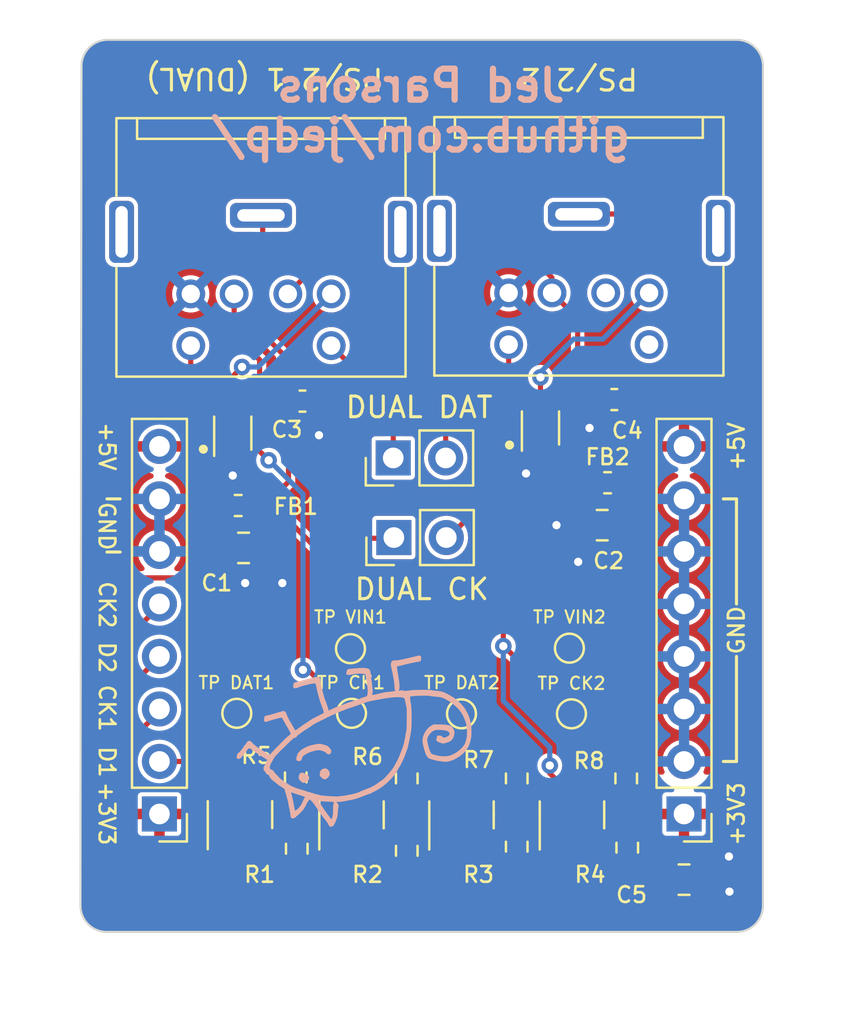
<source format=kicad_pcb>
(kicad_pcb (version 20211014) (generator pcbnew)
  (layers (0 "F.Cu" signal) (31 "B.Cu" signal) (34 "B.Paste" user) (35 "F.Paste" user) (36 "B.SilkS" user "B.Silkscreen") (37 "F.SilkS" user "F.Silkscreen") (38 "B.Mask" user) (39 "F.Mask" user) (44 "Edge.Cuts" user))
  (net 0 "")
  (net 1 "+5V")
  (net 2 "GND")
  (net 3 "Net-(C3-Pad1)")
  (net 4 "Net-(C4-Pad1)")
  (net 5 "Net-(FB1-Pad2)")
  (net 6 "Net-(FB2-Pad2)")
  (net 7 "+3V3")
  (net 8 "/PS2_1.DATA")
  (net 9 "/PS2_1.CLK")
  (net 10 "/PS2_2.DATA")
  (net 11 "/PS2_2.CLK")
  (net 12 "/PS2_1.CLK_PIN_2")
  (net 13 "/PS2_2.CLK_PIN_1")
  (net 14 "/PS2_1_DATA_PIN_2")
  (net 15 "/PS2_2.DATA_PIN_1")
  (net 16 "Net-(Q1-Pad3)")
  (net 17 "Net-(Q2-Pad3)")
  (net 18 "Net-(Q3-Pad3)")
  (net 19 "Net-(Q4-Pad3)")
  (net 20 "Net-(U1-Pad4)")
  (net 21 "Net-(U1-Pad6)")
  (footprint "PS2-footprints:MD-60SM" (layer "F.Cu") (at 121.92 44.196)
    (fp_text reference "U4" hide)
    (fp_text value "MD-60SM")
    (pad "1" thru_hole circle (at -1.311 1.719) (size 1.397 1.397) (drill 0.889) (layers *.Cu *.Mask) (net 15 "/PS2_2.DATA_PIN_1"))
    (pad "2" thru_hole circle (at 1.289 1.719) (size 1.397 1.397) (drill 0.889) (layers *.Cu *.Mask))
    (pad "3" thru_hole circle (at -3.411 1.719) (size 1.397 1.397) (drill 0.889) (layers *.Cu *.Mask) (net 2 "GND"))
    (pad "4" thru_hole circle (at 3.389 1.719) (size 1.397 1.397) (drill 0.889) (layers *.Cu *.Mask) (net 6 "Net-(FB2-Pad2)"))
    (pad "5" thru_hole circle (at -3.411 4.219) (size 1.397 1.397) (drill 0.889) (layers *.Cu *.Mask) (net 13 "/PS2_2.CLK_PIN_1"))
    (pad "6" thru_hole circle (at 3.389 4.219) (size 1.397 1.397) (drill 0.889) (layers *.Cu *.Mask))
    (pad "7" thru_hole roundrect (at -0.011 -2.081 90) (size 1.2 3) (drill oval 0.6 2.3) (layers *.Cu *.Mask) (net 4 "Net-(C4-Pad1)"))
    (pad "8" thru_hole roundrect (at -6.761 -1.281) (size 1.2 3) (drill oval 0.6 2.5) (layers *.Cu *.Mask))
    (pad "9" thru_hole roundrect (at 6.739 -1.281) (size 1.2 3) (drill oval 0.6 2.5) (layers *.Cu *.Mask))
  )
  (footprint "Capacitor_SMD:C_0805_2012Metric" (layer "F.Cu") (at 123.038748 57.15 180)
    (fp_text reference "C2" (at -0.311252 -1.725) (layer "F.SilkS") (effects (font (size 0.762 0.762) (thickness 0.127))))
    (fp_text value "1uF")
    (pad "1" smd roundrect (at -0.95 0 180) (size 1 1.45) (layers "F.Cu" "F.Paste" "F.Mask") (net 1 "+5V"))
    (pad "2" smd roundrect (at 0.95 0 180) (size 1 1.45) (layers "F.Cu" "F.Paste" "F.Mask") (net 2 "GND"))
  )
  (footprint "Capacitor_SMD:C_0603_1608Metric" (layer "F.Cu") (at 123.625 51.075 180)
    (fp_text reference "C4" (at -0.625 -1.5) (layer "F.SilkS") (effects (font (size 0.762 0.762) (thickness 0.127))))
    (fp_text value "0.1uF")
    (pad "1" smd roundrect (at -0.775 0 180) (size 0.9 0.95) (layers "F.Cu" "F.Paste" "F.Mask") (net 4 "Net-(C4-Pad1)"))
    (pad "2" smd roundrect (at 0.775 0 180) (size 0.9 0.95) (layers "F.Cu" "F.Paste" "F.Mask") (net 2 "GND"))
  )
  (footprint "Resistor_SMD:R_0603_1608Metric" (layer "F.Cu") (at 108.2 69.35 -90)
    (fp_text reference "R5" (at -1.05 1.9) (layer "F.SilkS") (effects (font (size 0.762 0.762) (thickness 0.127))))
    (fp_text value "10k")
    (pad "1" smd roundrect (at -0.825 0 270) (size 0.8 0.95) (layers "F.Cu" "F.Paste" "F.Mask") (net 1 "+5V"))
    (pad "2" smd roundrect (at 0.825 0 270) (size 0.8 0.95) (layers "F.Cu" "F.Paste" "F.Mask") (net 16 "Net-(Q1-Pad3)"))
  )
  (footprint "Resistor_SMD:R_0603_1608Metric" (layer "F.Cu") (at 124.201 69.4 -90)
    (fp_text reference "R8" (at -0.85 1.8) (layer "F.SilkS") (effects (font (size 0.762 0.762) (thickness 0.127))))
    (fp_text value "10k")
    (pad "1" smd roundrect (at -0.825 0 270) (size 0.8 0.95) (layers "F.Cu" "F.Paste" "F.Mask") (net 1 "+5V"))
    (pad "2" smd roundrect (at 0.825 0 270) (size 0.8 0.95) (layers "F.Cu" "F.Paste" "F.Mask") (net 19 "Net-(Q4-Pad3)"))
  )
  (footprint "Connector_PinHeader_2.54mm:PinHeader_1x02_P2.54mm_Vertical" (layer "F.Cu") (at 112.95 57.75 90)
    (fp_text reference "DUAL CK1" hide)
    (fp_text value "Jumper_2_Open")
    (pad "1" thru_hole rect (at 0 0 90) (size 1.7 1.7) (drill 1) (layers *.Cu *.Mask) (net 12 "/PS2_1.CLK_PIN_2"))
    (pad "2" thru_hole oval (at 0 2.54 90) (size 1.7 1.7) (drill 1) (layers *.Cu *.Mask) (net 13 "/PS2_2.CLK_PIN_1"))
  )
  (footprint "Resistor_SMD:R_0603_1608Metric" (layer "F.Cu") (at 118.9 69.4 -90)
    (fp_text reference "R7" (at -0.9 1.85) (layer "F.SilkS") (effects (font (size 0.762 0.762) (thickness 0.127))))
    (fp_text value "10k")
    (pad "1" smd roundrect (at -0.825 0 270) (size 0.8 0.95) (layers "F.Cu" "F.Paste" "F.Mask") (net 1 "+5V"))
    (pad "2" smd roundrect (at 0.825 0 270) (size 0.8 0.95) (layers "F.Cu" "F.Paste" "F.Mask") (net 18 "Net-(Q3-Pad3)"))
  )
  (footprint "TestPoint:TestPoint_Pad_D1.0mm" (layer "F.Cu") (at 121.55 66.275)
    (fp_text reference "TP4" hide)
    (fp_text value "TestPoint")
    (pad "1" smd circle (at 0 0) (size 1 1) (layers "F.Cu" "F.Mask") (net 19 "Net-(Q4-Pad3)"))
  )
  (footprint "Capacitor_SMD:C_0603_1608Metric" (layer "F.Cu") (at 108.525 51.15)
    (fp_text reference "C3" (at -0.75 1.375) (layer "F.SilkS") (effects (font (size 0.762 0.762) (thickness 0.127))))
    (fp_text value "0.1uf")
    (pad "1" smd roundrect (at -0.775 0) (size 0.9 0.95) (layers "F.Cu" "F.Paste" "F.Mask") (net 3 "Net-(C3-Pad1)"))
    (pad "2" smd roundrect (at 0.775 0) (size 0.9 0.95) (layers "F.Cu" "F.Paste" "F.Mask") (net 2 "GND"))
  )
  (footprint "Resistor_SMD:R_0603_1608Metric" (layer "F.Cu") (at 124.251 72.75 90)
    (fp_text reference "R4" (at -1.3 -1.8) (layer "F.SilkS") (effects (font (size 0.762 0.762) (thickness 0.127))))
    (fp_text value "10k")
    (pad "1" smd roundrect (at -0.825 0 90) (size 0.8 0.95) (layers "F.Cu" "F.Paste" "F.Mask") (net 7 "+3V3"))
    (pad "2" smd roundrect (at 0.825 0 90) (size 0.8 0.95) (layers "F.Cu" "F.Paste" "F.Mask") (net 11 "/PS2_2.CLK"))
  )
  (footprint "TestPoint:TestPoint_Pad_D1.0mm" (layer "F.Cu") (at 110.85 63.125)
    (fp_text reference "TP9" hide)
    (fp_text value "TestPoint")
    (pad "1" smd circle (at 0 0) (size 1 1) (layers "F.Cu" "F.Mask") (net 5 "Net-(FB1-Pad2)"))
  )
  (footprint "TestPoint:TestPoint_Pad_D1.0mm" (layer "F.Cu") (at 116.225 66.275)
    (fp_text reference "TP3" hide)
    (fp_text value "TestPoint")
    (pad "1" smd circle (at 0 0) (size 1 1) (layers "F.Cu" "F.Mask") (net 18 "Net-(Q3-Pad3)"))
  )
  (footprint "Package_TO_SOT_SMD:SOT-666" (layer "F.Cu") (at 105.15 52.7 90)
    (fp_text reference "U1" hide)
    (fp_text value "RCLAMP0502A")
    (pad "1" smd rect (at -0.85 -0.5375 90) (size 0.5 0.375) (layers "F.Cu" "F.Paste" "F.Mask") (net 16 "Net-(Q1-Pad3)"))
    (pad "2" smd rect (at -0.925 0 90) (size 0.65 0.3) (layers "F.Cu" "F.Paste" "F.Mask") (net 2 "GND"))
    (pad "3" smd rect (at -0.85 0.5375 90) (size 0.5 0.375) (layers "F.Cu" "F.Paste" "F.Mask") (net 17 "Net-(Q2-Pad3)"))
    (pad "4" smd rect (at 0.85 0.5375 90) (size 0.5 0.375) (layers "F.Cu" "F.Paste" "F.Mask") (net 20 "Net-(U1-Pad4)"))
    (pad "5" smd rect (at 0.925 0 90) (size 0.65 0.3) (layers "F.Cu" "F.Paste" "F.Mask") (net 5 "Net-(FB1-Pad2)"))
    (pad "6" smd rect (at 0.85 -0.5375 90) (size 0.5 0.375) (layers "F.Cu" "F.Paste" "F.Mask") (net 21 "Net-(U1-Pad6)"))
  )
  (footprint "Connector_PinHeader_2.54mm:PinHeader_1x02_P2.54mm_Vertical" (layer "F.Cu") (at 112.92 53.9 90)
    (fp_text reference "DUAL DATA1" hide)
    (fp_text value "Jumper_2_Open")
    (pad "1" thru_hole rect (at 0 0 90) (size 1.7 1.7) (drill 1) (layers *.Cu *.Mask) (net 14 "/PS2_1_DATA_PIN_2"))
    (pad "2" thru_hole oval (at 0 2.54 90) (size 1.7 1.7) (drill 1) (layers *.Cu *.Mask) (net 15 "/PS2_2.DATA_PIN_1"))
  )
  (footprint "Connector_PinHeader_2.54mm:PinHeader_1x08_P2.54mm_Vertical" (layer "F.Cu") (at 127 71.12 180)
    (fp_text reference "J1" hide)
    (fp_text value "Conn_01x08_Female")
    (pad "1" thru_hole rect (at 0 0 180) (size 1.7 1.7) (drill 1) (layers *.Cu *.Mask) (net 7 "+3V3"))
    (pad "2" thru_hole oval (at 0 2.54 180) (size 1.7 1.7) (drill 1) (layers *.Cu *.Mask) (net 2 "GND"))
    (pad "3" thru_hole oval (at 0 5.08 180) (size 1.7 1.7) (drill 1) (layers *.Cu *.Mask) (net 2 "GND"))
    (pad "4" thru_hole oval (at 0 7.62 180) (size 1.7 1.7) (drill 1) (layers *.Cu *.Mask) (net 2 "GND"))
    (pad "5" thru_hole oval (at 0 10.16 180) (size 1.7 1.7) (drill 1) (layers *.Cu *.Mask) (net 2 "GND"))
    (pad "6" thru_hole oval (at 0 12.7 180) (size 1.7 1.7) (drill 1) (layers *.Cu *.Mask) (net 2 "GND"))
    (pad "7" thru_hole oval (at 0 15.24 180) (size 1.7 1.7) (drill 1) (layers *.Cu *.Mask) (net 2 "GND"))
    (pad "8" thru_hole oval (at 0 17.78 180) (size 1.7 1.7) (drill 1) (layers *.Cu *.Mask) (net 1 "+5V"))
  )
  (footprint "Inductor_SMD:L_0603_1608Metric" (layer "F.Cu") (at 123.3 55.1 180)
    (fp_text reference "FB2" (at 0 1.25) (layer "F.SilkS") (effects (font (size 0.762 0.762) (thickness 0.127))))
    (fp_text value "1k @ 100MHz")
    (pad "1" smd roundrect (at -0.7875 0 180) (size 0.875 0.95) (layers "F.Cu" "F.Paste" "F.Mask") (net 1 "+5V"))
    (pad "2" smd roundrect (at 0.7875 0 180) (size 0.875 0.95) (layers "F.Cu" "F.Paste" "F.Mask") (net 6 "Net-(FB2-Pad2)"))
  )
  (footprint "TestPoint:TestPoint_Pad_D1.0mm" (layer "F.Cu") (at 105.345 66.25)
    (fp_text reference "TP1" hide)
    (fp_text value "TestPoint")
    (pad "1" smd circle (at 0 0) (size 1 1) (layers "F.Cu" "F.Mask") (net 16 "Net-(Q1-Pad3)"))
  )
  (footprint "Capacitor_SMD:C_0805_2012Metric" (layer "F.Cu") (at 105.674031 58.25)
    (fp_text reference "C1" (at -1.299031 1.7) (layer "F.SilkS") (effects (font (size 0.762 0.762) (thickness 0.127))))
    (fp_text value "1uF")
    (pad "1" smd roundrect (at -0.95 0) (size 1 1.45) (layers "F.Cu" "F.Paste" "F.Mask") (net 1 "+5V"))
    (pad "2" smd roundrect (at 0.95 0) (size 1 1.45) (layers "F.Cu" "F.Paste" "F.Mask") (net 2 "GND"))
  )
  (footprint "Resistor_SMD:R_0603_1608Metric" (layer "F.Cu") (at 113.575 69.4 -90)
    (fp_text reference "R6" (at -1.05 1.9) (layer "F.SilkS") (effects (font (size 0.762 0.762) (thickness 0.127))))
    (fp_text value "10k")
    (pad "1" smd roundrect (at -0.825 0 270) (size 0.8 0.95) (layers "F.Cu" "F.Paste" "F.Mask") (net 1 "+5V"))
    (pad "2" smd roundrect (at 0.825 0 270) (size 0.8 0.95) (layers "F.Cu" "F.Paste" "F.Mask") (net 17 "Net-(Q2-Pad3)"))
  )
  (footprint "Resistor_SMD:R_0603_1608Metric" (layer "F.Cu") (at 113.575 72.9 90)
    (fp_text reference "R2" (at -1.15 -1.9 180) (layer "F.SilkS") (effects (font (size 0.762 0.762) (thickness 0.127))))
    (fp_text value "10k")
    (pad "1" smd roundrect (at -0.825 0 90) (size 0.8 0.95) (layers "F.Cu" "F.Paste" "F.Mask") (net 7 "+3V3"))
    (pad "2" smd roundrect (at 0.825 0 90) (size 0.8 0.95) (layers "F.Cu" "F.Paste" "F.Mask") (net 9 "/PS2_1.CLK"))
  )
  (footprint "Package_TO_SOT_SMD:SOT-23" (layer "F.Cu") (at 121.575 71.162 90)
    (fp_text reference "Q4" hide)
    (fp_text value "MMBF170")
    (pad "1" smd roundrect (at -0.9375 -0.95 90) (size 1.475 0.6) (layers "F.Cu" "F.Paste" "F.Mask") (net 7 "+3V3"))
    (pad "2" smd roundrect (at -0.9375 0.95 90) (size 1.475 0.6) (layers "F.Cu" "F.Paste" "F.Mask") (net 11 "/PS2_2.CLK"))
    (pad "3" smd roundrect (at 0.9375 0 90) (size 1.475 0.6) (layers "F.Cu" "F.Paste" "F.Mask") (net 19 "Net-(Q4-Pad3)"))
  )
  (footprint "Connector_PinHeader_2.54mm:PinHeader_1x08_P2.54mm_Vertical" (layer "F.Cu") (at 101.6 71.12 180)
    (fp_text reference "J2" hide)
    (fp_text value "Conn_01x08_Female")
    (pad "1" thru_hole rect (at 0 0 180) (size 1.7 1.7) (drill 1) (layers *.Cu *.Mask) (net 7 "+3V3"))
    (pad "2" thru_hole oval (at 0 2.54 180) (size 1.7 1.7) (drill 1) (layers *.Cu *.Mask) (net 8 "/PS2_1.DATA"))
    (pad "3" thru_hole oval (at 0 5.08 180) (size 1.7 1.7) (drill 1) (layers *.Cu *.Mask) (net 9 "/PS2_1.CLK"))
    (pad "4" thru_hole oval (at 0 7.62 180) (size 1.7 1.7) (drill 1) (layers *.Cu *.Mask) (net 10 "/PS2_2.DATA"))
    (pad "5" thru_hole oval (at 0 10.16 180) (size 1.7 1.7) (drill 1) (layers *.Cu *.Mask) (net 11 "/PS2_2.CLK"))
    (pad "6" thru_hole oval (at 0 12.7 180) (size 1.7 1.7) (drill 1) (layers *.Cu *.Mask) (net 2 "GND"))
    (pad "7" thru_hole oval (at 0 15.24 180) (size 1.7 1.7) (drill 1) (layers *.Cu *.Mask) (net 2 "GND"))
    (pad "8" thru_hole oval (at 0 17.78 180) (size 1.7 1.7) (drill 1) (layers *.Cu *.Mask) (net 1 "+5V"))
  )
  (footprint "PS2-footprints:MD-60SM" (layer "F.Cu") (at 106.5276 44.2468)
    (fp_text reference "U3" hide)
    (fp_text value "MD-60SM")
    (pad "1" thru_hole circle (at -1.311 1.719) (size 1.397 1.397) (drill 0.889) (layers *.Cu *.Mask) (net 20 "Net-(U1-Pad4)"))
    (pad "2" thru_hole circle (at 1.289 1.719) (size 1.397 1.397) (drill 0.889) (layers *.Cu *.Mask) (net 14 "/PS2_1_DATA_PIN_2"))
    (pad "3" thru_hole circle (at -3.411 1.719) (size 1.397 1.397) (drill 0.889) (layers *.Cu *.Mask) (net 2 "GND"))
    (pad "4" thru_hole circle (at 3.389 1.719) (size 1.397 1.397) (drill 0.889) (layers *.Cu *.Mask) (net 5 "Net-(FB1-Pad2)"))
    (pad "5" thru_hole circle (at -3.411 4.219) (size 1.397 1.397) (drill 0.889) (layers *.Cu *.Mask) (net 21 "Net-(U1-Pad6)"))
    (pad "6" thru_hole circle (at 3.389 4.219) (size 1.397 1.397) (drill 0.889) (layers *.Cu *.Mask) (net 12 "/PS2_1.CLK_PIN_2"))
    (pad "7" thru_hole roundrect (at -0.011 -2.081 90) (size 1.2 3) (drill oval 0.6 2.3) (layers *.Cu *.Mask) (net 3 "Net-(C3-Pad1)"))
    (pad "8" thru_hole roundrect (at -6.761 -1.281) (size 1.2 3) (drill oval 0.6 2.5) (layers *.Cu *.Mask))
    (pad "9" thru_hole roundrect (at 6.739 -1.281) (size 1.2 3) (drill oval 0.6 2.5) (layers *.Cu *.Mask))
  )
  (footprint "Capacitor_SMD:C_0805_2012Metric" (layer "F.Cu") (at 127 74.295)
    (fp_text reference "C5" (at -2.54 0.735) (layer "F.SilkS") (effects (font (size 0.762 0.762) (thickness 0.127))))
    (fp_text value "1uF")
    (pad "1" smd roundrect (at -0.95 0) (size 1 1.45) (layers "F.Cu" "F.Paste" "F.Mask") (net 7 "+3V3"))
    (pad "2" smd roundrect (at 0.95 0) (size 1 1.45) (layers "F.Cu" "F.Paste" "F.Mask") (net 2 "GND"))
  )
  (footprint "TestPoint:TestPoint_Pad_D1.0mm" (layer "F.Cu") (at 110.9 66.25)
    (fp_text reference "TP2" hide)
    (fp_text value "TestPoint")
    (pad "1" smd circle (at 0 0) (size 1 1) (layers "F.Cu" "F.Mask") (net 17 "Net-(Q2-Pad3)"))
  )
  (footprint "Resistor_SMD:R_0603_1608Metric" (layer "F.Cu") (at 108.25 72.8 90)
    (fp_text reference "R1" (at -1.25 -1.8) (layer "F.SilkS") (effects (font (size 0.762 0.762) (thickness 0.127))))
    (fp_text value "10k")
    (pad "1" smd roundrect (at -0.825 0 90) (size 0.8 0.95) (layers "F.Cu" "F.Paste" "F.Mask") (net 7 "+3V3"))
    (pad "2" smd roundrect (at 0.825 0 90) (size 0.8 0.95) (layers "F.Cu" "F.Paste" "F.Mask") (net 8 "/PS2_1.DATA"))
  )
  (footprint "Package_TO_SOT_SMD:SOT-23" (layer "F.Cu") (at 110.9 71.162 90)
    (fp_text reference "Q2" hide)
    (fp_text value "MMBF170")
    (pad "1" smd roundrect (at -0.9375 -0.95 90) (size 1.475 0.6) (layers "F.Cu" "F.Paste" "F.Mask") (net 7 "+3V3"))
    (pad "2" smd roundrect (at -0.9375 0.95 90) (size 1.475 0.6) (layers "F.Cu" "F.Paste" "F.Mask") (net 9 "/PS2_1.CLK"))
    (pad "3" smd roundrect (at 0.9375 0 90) (size 1.475 0.6) (layers "F.Cu" "F.Paste" "F.Mask") (net 17 "Net-(Q2-Pad3)"))
  )
  (footprint "Package_TO_SOT_SMD:SOT-23" (layer "F.Cu") (at 116.225 71.162 90)
    (fp_text reference "Q3" hide)
    (fp_text value "MMBF170")
    (pad "1" smd roundrect (at -0.9375 -0.95 90) (size 1.475 0.6) (layers "F.Cu" "F.Paste" "F.Mask") (net 7 "+3V3"))
    (pad "2" smd roundrect (at -0.9375 0.95 90) (size 1.475 0.6) (layers "F.Cu" "F.Paste" "F.Mask") (net 10 "/PS2_2.DATA"))
    (pad "3" smd roundrect (at 0.9375 0 90) (size 1.475 0.6) (layers "F.Cu" "F.Paste" "F.Mask") (net 18 "Net-(Q3-Pad3)"))
  )
  (footprint "Package_TO_SOT_SMD:SOT-666" (layer "F.Cu") (at 120.05 52.45 90)
    (fp_text reference "U2" hide)
    (fp_text value "RCLAMP0502A")
    (pad "1" smd rect (at -0.85 -0.5375 90) (size 0.5 0.375) (layers "F.Cu" "F.Paste" "F.Mask") (net 18 "Net-(Q3-Pad3)"))
    (pad "2" smd rect (at -0.925 0 90) (size 0.65 0.3) (layers "F.Cu" "F.Paste" "F.Mask") (net 2 "GND"))
    (pad "3" smd rect (at -0.85 0.5375 90) (size 0.5 0.375) (layers "F.Cu" "F.Paste" "F.Mask") (net 19 "Net-(Q4-Pad3)"))
    (pad "4" smd rect (at 0.85 0.5375 90) (size 0.5 0.375) (layers "F.Cu" "F.Paste" "F.Mask") (net 15 "/PS2_2.DATA_PIN_1"))
    (pad "5" smd rect (at 0.925 0 90) (size 0.65 0.3) (layers "F.Cu" "F.Paste" "F.Mask") (net 6 "Net-(FB2-Pad2)"))
    (pad "6" smd rect (at 0.85 -0.5375 90) (size 0.5 0.375) (layers "F.Cu" "F.Paste" "F.Mask") (net 13 "/PS2_2.CLK_PIN_1"))
  )
  (footprint "Inductor_SMD:L_0603_1608Metric" (layer "F.Cu") (at 105.412779 56.2)
    (fp_text reference "FB1" (at 2.787221 0.05) (layer "F.SilkS") (effects (font (size 0.762 0.762) (thickness 0.127))))
    (fp_text value "1k @ 100MHz")
    (pad "1" smd roundrect (at -0.7875 0) (size 0.875 0.95) (layers "F.Cu" "F.Paste" "F.Mask") (net 1 "+5V"))
    (pad "2" smd roundrect (at 0.7875 0) (size 0.875 0.95) (layers "F.Cu" "F.Paste" "F.Mask") (net 5 "Net-(FB1-Pad2)"))
  )
  (footprint "TestPoint:TestPoint_Pad_D1.0mm" (layer "F.Cu") (at 121.45 63.1)
    (fp_text reference "TP10" hide)
    (fp_text value "TestPoint")
    (pad "1" smd circle (at 0 0) (size 1 1) (layers "F.Cu" "F.Mask") (net 6 "Net-(FB2-Pad2)"))
  )
  (footprint "Package_TO_SOT_SMD:SOT-23" (layer "F.Cu") (at 105.5 71.15 90)
    (fp_text reference "Q1" hide)
    (fp_text value "MMBF170")
    (pad "1" smd roundrect (at -0.9375 -0.95 90) (size 1.475 0.6) (layers "F.Cu" "F.Paste" "F.Mask") (net 7 "+3V3"))
    (pad "2" smd roundrect (at -0.9375 0.95 90) (size 1.475 0.6) (layers "F.Cu" "F.Paste" "F.Mask") (net 8 "/PS2_1.DATA"))
    (pad "3" smd roundrect (at 0.9375 0 90) (size 1.475 0.6) (layers "F.Cu" "F.Paste" "F.Mask") (net 16 "Net-(Q1-Pad3)"))
  )
  (footprint "Resistor_SMD:R_0603_1608Metric" (layer "F.Cu") (at 118.9 72.7 90)
    (fp_text reference "R3" (at -1.35 -1.85 180) (layer "F.SilkS") (effects (font (size 0.762 0.762) (thickness 0.127))))
    (fp_text value "10k")
    (pad "1" smd roundrect (at -0.825 0 90) (size 0.8 0.95) (layers "F.Cu" "F.Paste" "F.Mask") (net 7 "+3V3"))
    (pad "2" smd roundrect (at 0.825 0 90) (size 0.8 0.95) (layers "F.Cu" "F.Paste" "F.Mask") (net 10 "/PS2_2.DATA"))
  )
  (footprint "LOGO" (layer "B.Cu") (at 111.15 67.45)
    (fp_text reference "G***" hide)
    (fp_text value "LOGO" hide)
  )
  (gr_line (start 129.54 60.96) (end 129.54 55.88) (layer "F.SilkS") (width 0.15))
  (gr_line (start 129.54 63.5) (end 129.54 68.58) (layer "F.SilkS") (width 0.15))
  (gr_line (start 99.06 55.88) (end 99.695 55.88) (layer "F.SilkS") (width 0.15))
  (gr_circle (center 103.725 53.475) (end 103.870774 53.475) (layer "F.SilkS") (width 0.15) (fill solid))
  (gr_line (start 129.54 55.88) (end 128.905 55.88) (layer "F.SilkS") (width 0.15))
  (gr_line (start 129.54 68.58) (end 128.905 68.58) (layer "F.SilkS") (width 0.15))
  (gr_line (start 99.06 58.45) (end 99.695 58.45) (layer "F.SilkS") (width 0.15))
  (gr_circle (center 118.55 53.275) (end 118.695774 53.275) (layer "F.SilkS") (width 0.15) (fill solid))
  (gr_arc (start 99.048026 76.821974) (mid 98.15 76.45) (end 97.778026 75.551974) (layer "Edge.Cuts") (width 0.1))
  (gr_line (start 129.551974 76.821974) (end 99.048026 76.821974) (layer "Edge.Cuts") (width 0.1))
  (gr_arc (start 97.828026 34.948026) (mid 98.2 34.05) (end 99.098026 33.678026) (layer "Edge.Cuts") (width 0.1))
  (gr_line (start 97.778026 75.551974) (end 97.828026 34.948026) (layer "Edge.Cuts") (width 0.1))
  (gr_line (start 130.821974 34.948026) (end 130.821974 75.551974) (layer "Edge.Cuts") (width 0.1))
  (gr_arc (start 129.551974 33.678026) (mid 130.45 34.05) (end 130.821974 34.948026) (layer "Edge.Cuts") (width 0.1))
  (gr_arc (start 130.821974 75.551974) (mid 130.45 76.45) (end 129.551974 76.821974) (layer "Edge.Cuts") (width 0.1))
  (gr_line (start 99.098026 33.678026) (end 129.551974 33.678026) (layer "Edge.Cuts") (width 0.1))
  (gr_text "Jed Parsons\ngithub.com/jedp/" (at 114.25 37.1) (layer "B.SilkS") (effects (font (size 1.5 1.5) (thickness 0.3)) (justify mirror)))
  (gr_text "PS/2 2" (at 121.92 35.56 180) (layer "F.SilkS") (effects (font (size 1 1))))
  (gr_text "+3V3" (at 129.54 71.12 90) (layer "F.SilkS") (effects (font (size 0.762 0.762) (thickness 0.127))))
  (gr_text "CK1" (at 99.06 66 270) (layer "F.SilkS") (effects (font (size 0.762 0.762) (thickness 0.127))))
  (gr_text "D1" (at 99.06 68.6 270) (layer "F.SilkS") (effects (font (size 0.762 0.762) (thickness 0.127))))
  (gr_text "GND" (at 99.05 57.2 270) (layer "F.SilkS") (effects (font (size 0.762 0.762) (thickness 0.127))))
  (gr_text "PS/2 1 (DUAL)" (at 106.68 35.56 180) (layer "F.SilkS") (effects (font (size 1 1))))
  (gr_text "TP DAT2" (at 116.25 64.77) (layer "F.SilkS") (effects (font (size 0.6 0.6) (thickness 0.1))))
  (gr_text "DUAL DAT" (at 114.175 51.45) (layer "F.SilkS") (effects (font (size 1 1))))
  (gr_text "+5V" (at 129.54 53.34 90) (layer "F.SilkS") (effects (font (size 0.762 0.762) (thickness 0.127))))
  (gr_text "TP DAT1" (at 105.325 64.77) (layer "F.SilkS") (effects (font (size 0.6 0.6) (thickness 0.1))))
  (gr_text "+3V3" (at 99.05 71.1 270) (layer "F.SilkS") (effects (font (size 0.762 0.762) (thickness 0.127))))
  (gr_text "TP VIN1" (at 110.85 61.595) (layer "F.SilkS") (effects (font (size 0.6 0.6) (thickness 0.1))))
  (gr_text "CK2" (at 99.06 61 270) (layer "F.SilkS") (effects (font (size 0.762 0.762) (thickness 0.127))))
  (gr_text "D2" (at 99.06 63.55 270) (layer "F.SilkS") (effects (font (size 0.762 0.762) (thickness 0.127))))
  (gr_text "GND" (at 129.54 62.23 90) (layer "F.SilkS") (effects (font (size 0.762 0.762) (thickness 0.127))))
  (gr_text "TP CK2" (at 121.55 64.8) (layer "F.SilkS") (effects (font (size 0.6 0.6) (thickness 0.1))))
  (gr_text "+5V" (at 99.06 53.34 270) (layer "F.SilkS") (effects (font (size 0.762 0.762) (thickness 0.127))))
  (gr_text "TP CK1" (at 110.875 64.77) (layer "F.SilkS") (effects (font (size 0.6 0.6) (thickness 0.1))))
  (gr_text "DUAL CK" (at 114.3 60.25) (layer "F.SilkS") (effects (font (size 1 1))))
  (gr_text "TP VIN2" (at 121.45 61.595) (layer "F.SilkS") (effects (font (size 0.6 0.6) (thickness 0.1))))
  (segment (start 120.825 57.15) (end 122.088748 57.15) (width 0.25) (layer "F.Cu") (net 2))
  (segment (start 109.3 51.15) (end 109.3 52.775) (width 0.25) (layer "F.Cu") (net 2))
  (segment (start 128.62 74.295) (end 129.2 74.875) (width 0.25) (layer "F.Cu") (net 2))
  (segment (start 122.088748 57.15) (end 122.088748 58.711252) (width 0.25) (layer "F.Cu") (net 2))
  (segment (start 109.3 52.775) (end 109.325 52.8) (width 0.25) (layer "F.Cu") (net 2))
  (segment (start 122.425 51.5) (end 122.85 51.075) (width 0.25) (layer "F.Cu") (net 2))
  (segment (start 106.624031 58.25) (end 106.65 58.25) (width 0.25) (layer "F.Cu") (net 2))
  (segment (start 127.95 74.295) (end 128.055 74.295) (width 0.25) (layer "F.Cu") (net 2))
  (segment (start 128.055 74.295) (end 129.175 73.175) (width 0.25) (layer "F.Cu") (net 2))
  (segment (start 105.75 59.124031) (end 106.624031 58.25) (width 0.25) (layer "F.Cu") (net 2))
  (segment (start 107.55 59.15) (end 107.55 59.95) (width 0.25) (layer "F.Cu") (net 2))
  (segment (start 105.15 53.625) (end 105.15 54.75) (width 0.25) (layer "F.Cu") (net 2))
  (segment (start 106.65 58.25) (end 107.55 59.15) (width 0.25) (layer "F.Cu") (net 2))
  (segment (start 122.425 52.45) (end 122.425 51.5) (width 0.25) (layer "F.Cu") (net 2))
  (segment (start 127.95 74.295) (end 128.62 74.295) (width 0.25) (layer "F.Cu") (net 2))
  (segment (start 105.75 59.95) (end 105.75 59.124031) (width 0.25) (layer "F.Cu") (net 2))
  (segment (start 122.088748 58.711252) (end 121.875 58.925) (width 0.25) (layer "F.Cu") (net 2))
  (segment (start 120.05 53.375) (end 120.05 53.95) (width 0.25) (layer "F.Cu") (net 2))
  (segment (start 120.05 53.95) (end 119.35 54.65) (width 0.25) (layer "F.Cu") (net 2))
  (via (at 119.35 54.65) (size 0.8) (drill 0.4) (layers "F.Cu" "B.Cu") (net 2))
  (via (at 122.425 52.45) (size 0.8) (drill 0.4) (layers "F.Cu" "B.Cu") (net 2))
  (via (at 109.325 52.8) (size 0.8) (drill 0.4) (layers "F.Cu" "B.Cu") (net 2))
  (via (at 105.75 59.95) (size 0.8) (drill 0.4) (layers "F.Cu" "B.Cu") (net 2))
  (via (at 129.2 74.875) (size 0.8) (drill 0.4) (layers "F.Cu" "B.Cu") (net 2))
  (via (at 107.55 59.95) (size 0.8) (drill 0.4) (layers "F.Cu" "B.Cu") (net 2))
  (via (at 129.175 73.175) (size 0.8) (drill 0.4) (layers "F.Cu" "B.Cu") (net 2))
  (via (at 105.15 54.75) (size 0.8) (drill 0.4) (layers "F.Cu" "B.Cu") (net 2))
  (via (at 120.825 57.15) (size 0.8) (drill 0.4) (layers "F.Cu" "B.Cu") (net 2))
  (via (at 121.875 58.925) (size 0.8) (drill 0.4) (layers "F.Cu" "B.Cu") (net 2))
  (segment (start 107.575 50.975) (end 107.75 51.15) (width 0.25) (layer "F.Cu") (net 3))
  (segment (start 106.6 47.9) (end 106.6 42.2492) (width 0.25) (layer "F.Cu") (net 3))
  (segment (start 107.575 48.875) (end 107.575 50.975) (width 0.25) (layer "F.Cu") (net 3))
  (segment (start 106.6 42.2492) (end 106.5166 42.1658) (width 0.25) (layer "F.Cu") (net 3))
  (segment (start 106.6 47.9) (end 107.575 48.875) (width 0.25) (layer "F.Cu") (net 3))
  (segment (start 124.3 42.1) (end 126.475 44.275) (width 0.25) (layer "F.Cu") (net 4))
  (segment (start 126.475 44.275) (end 126.475 49.4) (width 0.25) (layer "F.Cu") (net 4))
  (segment (start 121.909 42.115) (end 121.924 42.1) (width 0.25) (layer "F.Cu") (net 4))
  (segment (start 121.924 42.1) (end 124.3 42.1) (width 0.25) (layer "F.Cu") (net 4))
  (segment (start 124.8 51.075) (end 124.4 51.075) (width 0.25) (layer "F.Cu") (net 4))
  (segment (start 126.475 49.4) (end 124.8 51.075) (width 0.25) (layer "F.Cu") (net 4))
  (segment (start 106.7 56.2) (end 106.200279 56.2) (width 0.25) (layer "F.Cu") (net 5))
  (segment (start 106.7 56.2) (end 107.125 56.2) (width 0.25) (layer "F.Cu") (net 5))
  (segment (start 107.85 53.5) (end 107.85 55.05) (width 0.25) (layer "F.Cu") (net 5))
  (segment (start 105.15 49.95) (end 105.15 51.775) (width 0.25) (layer "F.Cu") (net 5))
  (segment (start 106.7 56.2) (end 107.85 55.05) (width 0.25) (layer "F.Cu") (net 5))
  (segment (start 105.15 51.775) (end 105.15 52.25) (width 0.25) (layer "F.Cu") (net 5))
  (segment (start 107.05 52.7) (end 107.85 53.5) (width 0.25) (layer "F.Cu") (net 5))
  (segment (start 105.6 52.7) (end 107.05 52.7) (width 0.25) (layer "F.Cu") (net 5))
  (segment (start 105.6 49.5) (end 105.15 49.95) (width 0.25) (layer "F.Cu") (net 5))
  (segment (start 110.85 59.9) (end 110.85 63.125) (width 0.25) (layer "F.Cu") (net 5))
  (segment (start 110.2 59.25) (end 110.85 59.9) (width 0.25) (layer "F.Cu") (net 5))
  (segment (start 110.175 59.25) (end 110.2 59.25) (width 0.25) (layer "F.Cu") (net 5))
  (segment (start 107.125 56.2) (end 110.175 59.25) (width 0.25) (layer "F.Cu") (net 5))
  (segment (start 105.15 52.25) (end 105.6 52.7) (width 0.25) (layer "F.Cu") (net 5))
  (via (at 105.6 49.5) (size 0.8) (drill 0.4) (layers "F.Cu" "B.Cu") (net 5))
  (segment (start 105.6 49.5) (end 106.3824 49.5) (width 0.25) (layer "B.Cu") (net 5))
  (segment (start 106.3824 49.5) (end 109.9166 45.9658) (width 0.25) (layer "B.Cu") (net 5))
  (segment (start 120.05 51.525) (end 120.05 52.05) (width 0.25) (layer "F.Cu") (net 6))
  (segment (start 118.95 57.45) (end 118.95 60.6) (width 0.25) (layer "F.Cu") (net 6))
  (segment (start 120.05 51.525) (end 120.05 50) (width 0.25) (layer "F.Cu") (net 6))
  (segment (start 121.35 52.75) (end 121.35 55.05) (width 0.25) (layer "F.Cu") (net 6))
  (segment (start 122.4625 55.05) (end 122.5125 55.1) (width 0.25) (layer "F.Cu") (net 6))
  (segment (start 121.35 55.05) (end 118.95 57.45) (width 0.25) (layer "F.Cu") (net 6))
  (segment (start 121.05 52.45) (end 121.35 52.75) (width 0.25) (layer "F.Cu") (net 6))
  (segment (start 118.95 60.6) (end 121.45 63.1) (width 0.25) (layer "F.Cu") (net 6))
  (segment (start 121.35 55.05) (end 122.4625 55.05) (width 0.25) (layer "F.Cu") (net 6))
  (segment (start 120.05 52.05) (end 120.45 52.45) (width 0.25) (layer "F.Cu") (net 6))
  (segment (start 120.45 52.45) (end 121.05 52.45) (width 0.25) (layer "F.Cu") (net 6))
  (via (at 120.05 50) (size 0.8) (drill 0.4) (layers "F.Cu" "B.Cu") (net 6))
  (segment (start 121.65 48.15) (end 120.05 49.75) (width 0.25) (layer "B.Cu") (net 6))
  (segment (start 125.309 45.915) (end 123.074 48.15) (width 0.25) (layer "B.Cu") (net 6))
  (segment (start 120.05 49.75) (end 120.05 50) (width 0.25) (layer "B.Cu") (net 6))
  (segment (start 123.074 48.15) (end 121.65 48.15) (width 0.25) (layer "B.Cu") (net 6))
  (segment (start 101.6 68.58) (end 103.38 68.58) (width 0.25) (layer "F.Cu") (net 8))
  (segment (start 108.1875 72.0875) (end 108.3 71.975) (width 0.25) (layer "F.Cu") (net 8))
  (segment (start 104.65 70.771751) (end 105.965749 72.0875) (width 0.25) (layer "F.Cu") (net 8))
  (segment (start 103.38 68.58) (end 104.65 69.85) (width 0.25) (layer "F.Cu") (net 8))
  (segment (start 104.65 69.85) (end 104.65 70.771751) (width 0.25) (layer "F.Cu") (net 8))
  (segment (start 105.965749 72.0875) (end 106.45 72.0875) (width 0.25) (layer "F.Cu") (net 8))
  (segment (start 106.45 72.0875) (end 108.1875 72.0875) (width 0.25) (layer "F.Cu") (net 8))
  (segment (start 101.6 66.1625) (end 99.625 68.1375) (width 0.25) (layer "F.Cu") (net 9))
  (segment (start 109.7235 74.35) (end 111.974 72.0995) (width 0.25) (layer "F.Cu") (net 9))
  (segment (start 99.625 68.1375) (end 99.625 71.425) (width 0.25) (layer "F.Cu") (net 9))
  (segment (start 99.625 71.425) (end 102.55 74.35) (width 0.25) (layer "F.Cu") (net 9))
  (segment (start 102.55 74.35) (end 109.7235 74.35) (width 0.25) (layer "F.Cu") (net 9))
  (segment (start 111.974 72.0995) (end 113.7255 72.0995) (width 0.25) (layer "F.Cu") (net 9))
  (segment (start 102.35 74.8) (end 115.025 74.8) (width 0.25) (layer "F.Cu") (net 10))
  (segment (start 99.175 65.9625) (end 99.175 71.625) (width 0.25) (layer "F.Cu") (net 10))
  (segment (start 117.194 72.631) (end 117.194 72.0995) (width 0.25) (layer "F.Cu") (net 10))
  (segment (start 118.6755 72.0995) (end 118.9 71.875) (width 0.25) (layer "F.Cu") (net 10))
  (segment (start 101.6 63.5375) (end 99.175 65.9625) (width 0.25) (layer "F.Cu") (net 10))
  (segment (start 115.025 74.8) (end 117.194 72.631) (width 0.25) (layer "F.Cu") (net 10))
  (segment (start 117.194 72.0995) (end 118.6755 72.0995) (width 0.25) (layer "F.Cu") (net 10))
  (segment (start 99.175 71.625) (end 102.35 74.8) (width 0.25) (layer "F.Cu") (net 10))
  (segment (start 119.725 75.25) (end 122.525 72.45) (width 0.25) (layer "F.Cu") (net 11))
  (segment (start 102.163604 75.25) (end 119.725 75.25) (width 0.25) (layer "F.Cu") (net 11))
  (segment (start 124.0765 72.0995) (end 124.251 71.925) (width 0.25) (layer "F.Cu") (net 11))
  (segment (start 122.525 72.45) (end 122.525 72.0995) (width 0.25) (layer "F.Cu") (net 11))
  (segment (start 98.725 71.811396) (end 102.163604 75.25) (width 0.25) (layer "F.Cu") (net 11))
  (segment (start 122.525 72.0995) (end 124.0765 72.0995) (width 0.25) (layer "F.Cu") (net 11))
  (segment (start 101.6 61.0625) (end 98.725 63.9375) (width 0.25) (layer "F.Cu") (net 11))
  (segment (start 98.725 63.9375) (end 98.725 71.811396) (width 0.25) (layer "F.Cu") (net 11))
  (segment (start 109.9166 48.4658) (end 110.7 49.2492) (width 0.25) (layer "F.Cu") (net 12))
  (segment (start 110.7 49.2492) (end 110.7 56.7) (width 0.25) (layer "F.Cu") (net 12))
  (segment (start 110.7 56.7) (end 111.785 57.785) (width 0.25) (layer "F.Cu") (net 12))
  (segment (start 111.785 57.785) (end 113.015 57.785) (width 0.25) (layer "F.Cu") (net 12))
  (segment (start 118.509 50.691) (end 118.509 50.391) (width 0.25) (layer "F.Cu") (net 13))
  (segment (start 118.509 50.5713) (end 119.5133 51.5756) (width 0.25) (layer "F.Cu") (net 13))
  (segment (start 118.509 50.391) (end 118.509 50.5713) (width 0.25) (layer "F.Cu") (net 13))
  (segment (start 115.555 57.785) (end 117.85 55.49) (width 0.25) (layer "F.Cu") (net 13))
  (segment (start 118.509 48.415) (end 118.509 50.391) (width 0.25) (layer "F.Cu") (net 13))
  (segment (start 117.85 51.35) (end 118.509 50.691) (width 0.25) (layer "F.Cu") (net 13))
  (segment (start 117.85 55.49) (end 117.85 51.35) (width 0.25) (layer "F.Cu") (net 13))
  (segment (start 112.92 45.695) (end 111.775 44.55) (width 0.25) (layer "F.Cu") (net 14))
  (segment (start 111.775 44.55) (end 109.2324 44.55) (width 0.25) (layer "F.Cu") (net 14))
  (segment (start 112.92 53.9) (end 112.92 45.695) (width 0.25) (layer "F.Cu") (net 14))
  (segment (start 109.2324 44.55) (end 107.8166 45.9658) (width 0.25) (layer "F.Cu") (net 14))
  (segment (start 120.609 45.915) (end 121.85 47.156) (width 0.25) (layer "F.Cu") (net 15))
  (segment (start 115.46 46.065) (end 117.325 44.2) (width 0.25) (layer "F.Cu") (net 15))
  (segment (start 117.325 44.2) (end 119.625 44.2) (width 0.25) (layer "F.Cu") (net 15))
  (segment (start 119.625 44.2) (end 120.6 45.175) (width 0.25) (layer "F.Cu") (net 15))
  (segment (start 121.85 47.156) (end 121.85 50.3375) (width 0.25) (layer "F.Cu") (net 15))
  (segment (start 120.6 45.906) (end 120.609 45.915) (width 0.25) (layer "F.Cu") (net 15))
  (segment (start 121.85 50.3375) (end 120.5875 51.6) (width 0.25) (layer "F.Cu") (net 15))
  (segment (start 115.46 53.9) (end 115.46 46.065) (width 0.25) (layer "F.Cu") (net 15))
  (segment (start 120.6 45.175) (end 120.6 45.906) (width 0.25) (layer "F.Cu") (net 15))
  (segment (start 104.6075 53.4764) (end 104.6075 52.9075) (width 0.25) (layer "F.Cu") (net 16))
  (segment (start 105.5 70.2125) (end 108.2125 70.2125) (width 0.25) (layer "F.Cu") (net 16))
  (segment (start 104.6075 52.9075) (end 103.15 51.45) (width 0.25) (layer "F.Cu") (net 16))
  (segment (start 105.345 66.25) (end 105.345 65.705) (width 0.25) (layer "F.Cu") (net 16))
  (segment (start 103.15 51.45) (end 100.6 51.45) (width 0.25) (layer "F.Cu") (net 16))
  (segment (start 99.55 52.5) (end 99.55 58.95) (width 0.25) (layer "F.Cu") (net 16))
  (segment (start 105.35 62.05) (end 103 59.7) (width 0.25) (layer "F.Cu") (net 16))
  (segment (start 105.5 70.2125) (end 105.345 70.0575) (width 0.25) (layer "F.Cu") (net 16))
  (segment (start 103 59.7) (end 100.3 59.7) (width 0.25) (layer "F.Cu") (net 16))
  (segment (start 105.35 65.7) (end 105.35 62.05) (width 0.25) (layer "F.Cu") (net 16))
  (segment (start 105.345 65.705) (end 105.35 65.7) (width 0.25) (layer "F.Cu") (net 16))
  (segment (start 105.345 70.0575) (end 105.345 66.25) (width 0.25) (layer "F.Cu") (net 16))
  (segment (start 100.6 51.45) (end 99.55 52.5) (width 0.25) (layer "F.Cu") (net 16))
  (segment (start 100.3 59.7) (end 99.55 58.95) (width 0.25) (layer "F.Cu") (net 16))
  (segment (start 108.55 64.15) (end 108.8 64.15) (width 0.25) (layer "F.Cu") (net 17))
  (segment (start 106.3514 53.4764) (end 106.8875 54.0125) (width 0.25) (layer "F.Cu") (net 17))
  (segment (start 111.024 70.2245) (end 113.7495 70.2245) (width 0.25) (layer "F.Cu") (net 17))
  (segment (start 105.6825 53.4764) (end 106.3514 53.4764) (width 0.25) (layer "F.Cu") (net 17))
  (segment (start 108.8 64.15) (end 110.9 66.25) (width 0.25) (layer "F.Cu") (net 17))
  (segment (start 110.9 70.2245) (end 110.9 66.25) (width 0.25) (layer "F.Cu") (net 17))
  (via (at 106.8875 54.0125) (size 0.8) (drill 0.4) (layers "F.Cu" "B.Cu") (net 17))
  (via (at 108.55 64.15) (size 0.8) (drill 0.4) (layers "F.Cu" "B.Cu") (net 17))
  (segment (start 108.55 55.65) (end 108.55 64.15) (width 0.25) (layer "B.Cu") (net 17))
  (segment (start 106.9125 54.0125) (end 108.55 55.65) (width 0.25) (layer "B.Cu") (net 17))
  (segment (start 106.8875 54.0125) (end 106.9125 54.0125) (width 0.25) (layer "B.Cu") (net 17))
  (segment (start 117.525 60) (end 117.525 56.95) (width 0.25) (layer "F.Cu") (net 18))
  (segment (start 116.244 68.819) (end 116.225 68.8) (width 0.25) (layer "F.Cu") (net 18))
  (segment (start 117.525 56.95) (end 117.66 56.815) (width 0.25) (layer "F.Cu") (net 18))
  (segment (start 116.225 68.8) (end 116.225 66.275) (width 0.25) (layer "F.Cu") (net 18))
  (segment (start 116.225 61.3) (end 117.525 60) (width 0.25) (layer "F.Cu") (net 18))
  (segment (start 117.66 56.815) (end 117.66 56.803604) (width 0.25) (layer "F.Cu") (net 18))
  (segment (start 118.35 56.113604) (end 118.35 54.2) (width 0.25) (layer "F.Cu") (net 18))
  (segment (start 116.244 70.2245) (end 118.8995 70.2245) (width 0.25) (layer "F.Cu") (net 18))
  (segment (start 117.66 56.803604) (end 118.35 56.113604) (width 0.25) (layer "F.Cu") (net 18))
  (segment (start 119.2744 53.2756) (end 119.5133 53.2756) (width 0.25) (layer "F.Cu") (net 18))
  (segment (start 118.8995 70.2245) (end 118.9 70.225) (width 0.25) (layer "F.Cu") (net 18))
  (segment (start 116.225 66.275) (end 116.225 61.3) (width 0.25) (layer "F.Cu") (net 18))
  (segment (start 116.244 70.2245) (end 116.244 68.819) (width 0.25) (layer "F.Cu") (net 18))
  (segment (start 118.35 54.2) (end 119.2744 53.2756) (width 0.25) (layer "F.Cu") (net 18))
  (segment (start 121.575 70.2245) (end 124.2005 70.2245) (width 0.25) (layer "F.Cu") (net 19))
  (segment (start 120.5 69.1495) (end 121.575 70.2245) (width 0.25) (layer "F.Cu") (net 19))
  (segment (start 118.25 63) (end 118.275 63) (width 0.25) (layer "F.Cu") (net 19))
  (segment (start 124.2005 70.2245) (end 124.201 70.225) (width 0.25) (layer "F.Cu") (net 19))
  (segment (start 118.275 63) (end 121.55 66.275) (width 0.25) (layer "F.Cu") (net 19))
  (segment (start 120.5875 54.8625) (end 118.25 57.2) (width 0.25) (layer "F.Cu") (net 19))
  (segment (start 120.5 68.775) (end 120.5 69.1495) (width 0.25) (layer "F.Cu") (net 19))
  (segment (start 118.25 57.2) (end 118.25 63) (width 0.25) (layer "F.Cu") (net 19))
  (segment (start 120.5875 53.3) (end 120.5875 54.8625) (width 0.25) (layer "F.Cu") (net 19))
  (via (at 120.5 68.775) (size 0.8) (drill 0.4) (layers "F.Cu" "B.Cu") (net 19))
  (via (at 118.25 63) (size 0.8) (drill 0.4) (layers "F.Cu" "B.Cu") (net 19))
  (segment (start 118.25 65.65) (end 118.25 63) (width 0.25) (layer "B.Cu") (net 19))
  (segment (start 120.5 68.775) (end 120.5 67.9) (width 0.25) (layer "B.Cu") (net 19))
  (segment (start 120.5 67.9) (end 118.25 65.65) (width 0.25) (layer "B.Cu") (net 19))
  (segment (start 105.6875 51.85) (end 105.6875 51.7625) (width 0.25) (layer "F.Cu") (net 20))
  (segment (start 105.2166 47.9166) (end 105.2166 45.9658) (width 0.25) (layer "F.Cu") (net 20))
  (segment (start 106.45 49.15) (end 105.2166 47.9166) (width 0.25) (layer "F.Cu") (net 20))
  (segment (start 106.45 51) (end 106.45 49.15) (width 0.25) (layer "F.Cu") (net 20))
  (segment (start 105.6875 51.7625) (end 106.45 51) (width 0.25) (layer "F.Cu") (net 20))
  (segment (start 103.1166 50.2416) (end 103.1166 48.4658) (width 0.25) (layer "F.Cu") (net 21))
  (segment (start 104.6075 51.7325) (end 103.1166 50.2416) (width 0.25) (layer "F.Cu") (net 21))
  (segment (start 104.6075 51.7764) (end 104.6075 51.7325) (width 0.25) (layer "F.Cu") (net 21))
  (zone (net 1) (net_name "+5V") (layer "F.Cu") (name "GND") (connect_pads (clearance 0)) (min_thickness 0.254) (fill yes (thermal_gap 0.508) (thermal_bridge_width 0.508))
    (polygon (pts (xy 132.08 69.215) (xy 95.885 69.215) (xy 95.885 31.75) (xy 132.08 31.75)))
  )
  (zone (net 7) (net_name "+3V3") (layer "F.Cu") (name "GND") (connect_pads (clearance 0)) (min_thickness 0.254) (fill yes (thermal_gap 0.508) (thermal_bridge_width 0.508))
    (polygon (pts (xy 132.08 70.485) (xy 132.08 81.28) (xy 95.885 81.28) (xy 95.885 69.85)))
  )
  (zone (net 2) (net_name "GND") (layer "B.Cu") (name "GND") (connect_pads (clearance 0)) (min_thickness 0.254) (fill yes (thermal_gap 0.508) (thermal_bridge_width 0.508))
    (polygon (pts (xy 131.445 77.47) (xy 97.155 77.47) (xy 97.155 33.02) (xy 131.445 33.02)))
  )
)
</source>
